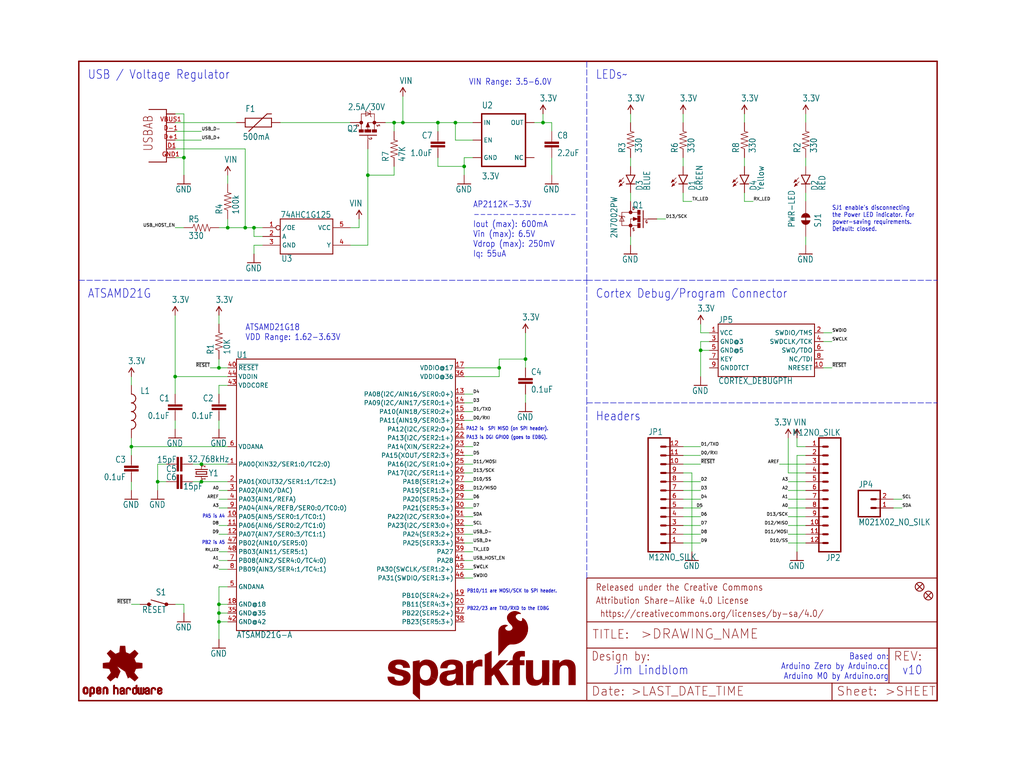
<source format=kicad_sch>
(kicad_sch (version 20211123) (generator eeschema)
  (paper "User" 297.002 223.926)
  (lib_symbols
    (symbol "schematicEagle-eagle-import:0.1UF-16V(+-10%)(0402)"
      (property "Reference" "C" (at 1.524 2.921 0))
      (property "Value" "0.1UF-16V(+-10%)(0402)" (at 1.524 -2.159 0))
      (symbol "0.1UF-16V(+-10%)(0402)_1_0"
        (pin passive line (at 0 5.08 270) (length 2.54) (name "1") (number "1"))
        (pin passive line (at 0 -2.54 90) (length 2.54) (name "2") (number "2"))
      )
    )
    (symbol "schematicEagle-eagle-import:1.0UF-25V-+80{slash}-20(0805){dblquote}"
      (property "Reference" "C" (at 1.524 2.921 0))
      (property "Value" "1.0UF-25V-+80{slash}-20(0805){dblquote}" (at 1.524 -2.159 0))
      (symbol "1.0UF-25V-+80{slash}-20(0805){dblquote}_1_0"
        (pin passive line (at 0 5.08 270) (length 2.54) (name "1") (number "1"))
        (pin passive line (at 0 -2.54 90) (length 2.54) (name "2") (number "2"))
      )
    )
    (symbol "schematicEagle-eagle-import:100KOHM-1{slash}10W-1%(0603)"
      (property "Reference" "R" (at -3.81 1.4986 0))
      (property "Value" "100KOHM-1{slash}10W-1%(0603)" (at -3.81 -3.302 0))
      (symbol "100KOHM-1{slash}10W-1%(0603)_1_0"
        (pin passive line (at -5.08 0 0) (length 2.54) (name "1") (number "1"))
        (pin passive line (at 5.08 0 180) (length 2.54) (name "2") (number "2"))
      )
    )
    (symbol "schematicEagle-eagle-import:10KOHM-1{slash}10W-1%(0603)0603"
      (property "Reference" "R" (at -3.81 1.4986 0))
      (property "Value" "10KOHM-1{slash}10W-1%(0603)0603" (at -3.81 -3.302 0))
      (symbol "10KOHM-1{slash}10W-1%(0603)0603_1_0"
        (pin passive line (at -5.08 0 0) (length 2.54) (name "1") (number "1"))
        (pin passive line (at 5.08 0 180) (length 2.54) (name "2") (number "2"))
      )
    )
    (symbol "schematicEagle-eagle-import:15PF-50V(+-5%)(0402)"
      (property "Reference" "C" (at 1.524 2.921 0))
      (property "Value" "15PF-50V(+-5%)(0402)" (at 1.524 -2.159 0))
      (symbol "15PF-50V(+-5%)(0402)_1_0"
        (pin passive line (at 0 5.08 270) (length 2.54) (name "1") (number "1"))
        (pin passive line (at 0 -2.54 90) (length 2.54) (name "2") (number "2"))
      )
    )
    (symbol "schematicEagle-eagle-import:2.2UF-10V-20%(0603)"
      (property "Reference" "C" (at 1.524 2.921 0))
      (property "Value" "2.2UF-10V-20%(0603)" (at 1.524 -2.159 0))
      (symbol "2.2UF-10V-20%(0603)_1_0"
        (pin passive line (at 0 5.08 270) (length 2.54) (name "1") (number "1"))
        (pin passive line (at 0 -2.54 90) (length 2.54) (name "2") (number "2"))
      )
    )
    (symbol "schematicEagle-eagle-import:3.3V" (power)
      (property "Value" "3.3V" (at -1.016 3.556 0))
      (symbol "3.3V_1_0"
        (pin power_in line (at 0 0 90) (length 2.54) (name "3.3V") (number "1"))
      )
    )
    (symbol "schematicEagle-eagle-import:330OHM1{slash}10W1%(0603)"
      (property "Reference" "R" (at -3.81 1.4986 0))
      (property "Value" "330OHM1{slash}10W1%(0603)" (at -3.81 -3.302 0))
      (symbol "330OHM1{slash}10W1%(0603)_1_0"
        (pin passive line (at -5.08 0 0) (length 2.54) (name "1") (number "1"))
        (pin passive line (at 5.08 0 180) (length 2.54) (name "2") (number "2"))
      )
    )
    (symbol "schematicEagle-eagle-import:47KOHM1{slash}10W1%(0603)"
      (property "Reference" "R" (at -3.81 1.4986 0))
      (property "Value" "47KOHM1{slash}10W1%(0603)" (at -3.81 -3.302 0))
      (symbol "47KOHM1{slash}10W1%(0603)_1_0"
        (pin passive line (at -5.08 0 0) (length 2.54) (name "1") (number "1"))
        (pin passive line (at 5.08 0 180) (length 2.54) (name "2") (number "2"))
      )
    )
    (symbol "schematicEagle-eagle-import:74AHC1G125"
      (property "Reference" "U" (at -7.366 -7.366 0))
      (property "Value" "74AHC1G125" (at -7.62 5.334 0))
      (symbol "74AHC1G125_1_0"
        (pin bidirectional inverted (at -12.7 2.54 0) (length 5.08) (name "/OE") (number "1"))
        (pin bidirectional line (at -12.7 0 0) (length 5.08) (name "A") (number "2"))
        (pin bidirectional line (at -12.7 -2.54 0) (length 5.08) (name "GND") (number "3"))
        (pin bidirectional line (at 12.7 -2.54 180) (length 5.08) (name "Y") (number "4"))
        (pin bidirectional line (at 12.7 2.54 180) (length 5.08) (name "VCC") (number "5"))
      )
    )
    (symbol "schematicEagle-eagle-import:ATSAMD21G-A"
      (property "Reference" "U" (at -30.48 45.974 0))
      (property "Value" "ATSAMD21G-A" (at -30.48 -33.274 0))
      (symbol "ATSAMD21G-A_1_0"
        (pin bidirectional line (at -33.02 15.24 0) (length 2.54) (name "PA00(XIN32/SER1:0/TC2:0)") (number "1"))
        (pin bidirectional line (at -33.02 0 0) (length 2.54) (name "PA05(AIN5/SER0:1/TC0:1)") (number "10"))
        (pin bidirectional line (at -33.02 -2.54 0) (length 2.54) (name "PA06(AIN6/SER0:2/TC1:0)") (number "11"))
        (pin bidirectional line (at -33.02 -5.08 0) (length 2.54) (name "PA07(AIN7/SER0:3/TC1:1)") (number "12"))
        (pin bidirectional line (at 35.56 35.56 180) (length 2.54) (name "PA08(I2C/AIN16/SER0:0+)") (number "13"))
        (pin bidirectional line (at 35.56 33.02 180) (length 2.54) (name "PA09(I2C/AIN17/SER0:1+)") (number "14"))
        (pin bidirectional line (at 35.56 30.48 180) (length 2.54) (name "PA10(AIN18/SER0:2+)") (number "15"))
        (pin bidirectional line (at 35.56 27.94 180) (length 2.54) (name "PA11(AIN19/SER0:3+)") (number "16"))
        (pin bidirectional line (at 35.56 43.18 180) (length 2.54) (name "VDDIO@17") (number "17"))
        (pin bidirectional line (at -33.02 -25.4 0) (length 2.54) (name "GND@18") (number "18"))
        (pin bidirectional line (at 35.56 -22.86 180) (length 2.54) (name "PB10(SER4:2+)") (number "19"))
        (pin bidirectional line (at -33.02 10.16 0) (length 2.54) (name "PA01(XOUT32/SER1:1/TC2:1)") (number "2"))
        (pin bidirectional line (at 35.56 -25.4 180) (length 2.54) (name "PB11(SER4:3+)") (number "20"))
        (pin bidirectional line (at 35.56 25.4 180) (length 2.54) (name "PA12(I2C/SER2:0+)") (number "21"))
        (pin bidirectional line (at 35.56 22.86 180) (length 2.54) (name "PA13(I2C/SER2:1+)") (number "22"))
        (pin bidirectional line (at 35.56 20.32 180) (length 2.54) (name "PA14(XIN/SER2:2+)") (number "23"))
        (pin bidirectional line (at 35.56 17.78 180) (length 2.54) (name "PA15(XOUT/SER2:3+)") (number "24"))
        (pin bidirectional line (at 35.56 15.24 180) (length 2.54) (name "PA16(I2C/SER1:0+)") (number "25"))
        (pin bidirectional line (at 35.56 12.7 180) (length 2.54) (name "PA17(I2C/SER1:1+)") (number "26"))
        (pin bidirectional line (at 35.56 10.16 180) (length 2.54) (name "PA18(SER1:2+)") (number "27"))
        (pin bidirectional line (at 35.56 7.62 180) (length 2.54) (name "PA19(SER1:3+)") (number "28"))
        (pin bidirectional line (at 35.56 5.08 180) (length 2.54) (name "PA20(SER5:2+)") (number "29"))
        (pin bidirectional line (at -33.02 7.62 0) (length 2.54) (name "PA02(AIN0/DAC)") (number "3"))
        (pin bidirectional line (at 35.56 2.54 180) (length 2.54) (name "PA21(SER5:3+)") (number "30"))
        (pin bidirectional line (at 35.56 0 180) (length 2.54) (name "PA22(I2C/SER3:0+)") (number "31"))
        (pin bidirectional line (at 35.56 -2.54 180) (length 2.54) (name "PA23(I2C/SER3:0+)") (number "32"))
        (pin bidirectional line (at 35.56 -5.08 180) (length 2.54) (name "PA24(SER3:2+)") (number "33"))
        (pin bidirectional line (at 35.56 -7.62 180) (length 2.54) (name "PA25(SER3:3+)") (number "34"))
        (pin bidirectional line (at -33.02 -27.94 0) (length 2.54) (name "GND@35") (number "35"))
        (pin bidirectional line (at 35.56 40.64 180) (length 2.54) (name "VDDIO@36") (number "36"))
        (pin bidirectional line (at 35.56 -27.94 180) (length 2.54) (name "PB22(SER5:2+)") (number "37"))
        (pin bidirectional line (at 35.56 -30.48 180) (length 2.54) (name "PB23(SER5:3+)") (number "38"))
        (pin bidirectional line (at 35.56 -10.16 180) (length 2.54) (name "PA27") (number "39"))
        (pin bidirectional line (at -33.02 5.08 0) (length 2.54) (name "PA03(AIN1/REFA)") (number "4"))
        (pin bidirectional line (at -33.02 43.18 0) (length 2.54) (name "~{RESET}") (number "40"))
        (pin bidirectional line (at 35.56 -12.7 180) (length 2.54) (name "PA28") (number "41"))
        (pin bidirectional line (at -33.02 -30.48 0) (length 2.54) (name "GND@42") (number "42"))
        (pin bidirectional line (at -33.02 38.1 0) (length 2.54) (name "VDDCORE") (number "43"))
        (pin bidirectional line (at -33.02 40.64 0) (length 2.54) (name "VDDIN") (number "44"))
        (pin bidirectional line (at 35.56 -15.24 180) (length 2.54) (name "PA30(SWCLK/SER1:2+)") (number "45"))
        (pin bidirectional line (at 35.56 -17.78 180) (length 2.54) (name "PA31(SWDIO/SER1:3+)") (number "46"))
        (pin bidirectional line (at -33.02 -7.62 0) (length 2.54) (name "PB02(AIN10/SER5:0)") (number "47"))
        (pin bidirectional line (at -33.02 -10.16 0) (length 2.54) (name "PB03(AIN11/SER5:1)") (number "48"))
        (pin bidirectional line (at -33.02 -20.32 0) (length 2.54) (name "GNDANA") (number "5"))
        (pin bidirectional line (at -33.02 20.32 0) (length 2.54) (name "VDDANA") (number "6"))
        (pin bidirectional line (at -33.02 -12.7 0) (length 2.54) (name "PB08(AIN2/SER4:0/TC4:0)") (number "7"))
        (pin bidirectional line (at -33.02 -15.24 0) (length 2.54) (name "PB09(AIN3/SER4:1/TC4:1)") (number "8"))
        (pin bidirectional line (at -33.02 2.54 0) (length 2.54) (name "PA04(AIN4/REFB/SER0:0/TC0:0)") (number "9"))
      )
    )
    (symbol "schematicEagle-eagle-import:CORTEX_DEBUGPTH"
      (property "Reference" "JP" (at -12.7 7.874 0))
      (property "Value" "CORTEX_DEBUGPTH" (at -12.7 -7.874 0))
      (symbol "CORTEX_DEBUGPTH_1_0"
        (pin bidirectional line (at -15.24 5.08 0) (length 2.54) (name "VCC") (number "1"))
        (pin bidirectional line (at 17.78 -5.08 180) (length 2.54) (name "NRESET") (number "10"))
        (pin bidirectional line (at 17.78 5.08 180) (length 2.54) (name "SWDIO/TMS") (number "2"))
        (pin bidirectional line (at -15.24 2.54 0) (length 2.54) (name "GND@3") (number "3"))
        (pin bidirectional line (at 17.78 2.54 180) (length 2.54) (name "SWDCLK/TCK") (number "4"))
        (pin bidirectional line (at -15.24 0 0) (length 2.54) (name "GND@5") (number "5"))
        (pin bidirectional line (at 17.78 0 180) (length 2.54) (name "SWO/TDO") (number "6"))
        (pin bidirectional line (at -15.24 -2.54 0) (length 2.54) (name "KEY") (number "7"))
        (pin bidirectional line (at 17.78 -2.54 180) (length 2.54) (name "NC/TDI") (number "8"))
        (pin bidirectional line (at -15.24 -5.08 0) (length 2.54) (name "GNDDTCT") (number "9"))
      )
    )
    (symbol "schematicEagle-eagle-import:CRYSTAL3.2X1.5MM"
      (property "Reference" "Y" (at 2.54 1.016 0))
      (property "Value" "CRYSTAL3.2X1.5MM" (at 2.54 -2.54 0))
      (symbol "CRYSTAL3.2X1.5MM_1_0"
        (text "1" (at -2.159 -1.143 0) (effects (font (size 0.8636 0.734)) (justify left bottom)))
        (text "2" (at 1.524 -1.143 0) (effects (font (size 0.8636 0.734)) (justify left bottom)))
        (pin passive line (at -2.54 0 0) (length 0) (name "1") (number "P$1"))
        (pin passive line (at 2.54 0 180) (length 0) (name "2") (number "P$2"))
      )
    )
    (symbol "schematicEagle-eagle-import:FIDUCIAL1X2")
    (symbol "schematicEagle-eagle-import:FRAME-LETTER"
      (symbol "FRAME-LETTER_2_0"
        (text " https://creativecommons.org/licenses/by-sa/4.0/" (at 2.54 24.13 0) (effects (font (size 1.9304 1.6408)) (justify left bottom)))
        (text ">DRAWING_NAME" (at 15.494 17.78 0) (effects (font (size 2.7432 2.7432)) (justify left bottom)))
        (text ">LAST_DATE_TIME" (at 12.7 1.27 0) (effects (font (size 2.54 2.54)) (justify left bottom)))
        (text ">SHEET" (at 86.36 1.27 0) (effects (font (size 2.54 2.54)) (justify left bottom)))
        (text "Attribution Share-Alike 4.0 License" (at 2.54 27.94 0) (effects (font (size 1.9304 1.6408)) (justify left bottom)))
        (text "Date:" (at 1.27 1.27 0) (effects (font (size 2.54 2.54)) (justify left bottom)))
        (text "Design by:" (at 1.27 11.43 0) (effects (font (size 2.54 2.159)) (justify left bottom)))
        (text "Released under the Creative Commons" (at 2.54 31.75 0) (effects (font (size 1.9304 1.6408)) (justify left bottom)))
        (text "REV:" (at 88.9 11.43 0) (effects (font (size 2.54 2.54)) (justify left bottom)))
        (text "Sheet:" (at 72.39 1.27 0) (effects (font (size 2.54 2.54)) (justify left bottom)))
        (text "TITLE:" (at 1.524 17.78 0) (effects (font (size 2.54 2.54)) (justify left bottom)))
      )
    )
    (symbol "schematicEagle-eagle-import:GND" (power)
      (property "Value" "GND" (at -2.54 -2.54 0))
      (symbol "GND_1_0"
        (pin power_in line (at 0 2.54 270) (length 2.54) (name "GND") (number "1"))
      )
    )
    (symbol "schematicEagle-eagle-import:INDUCTOR0603"
      (property "Reference" "L" (at 2.54 5.08 0))
      (property "Value" "INDUCTOR0603" (at 2.54 -5.08 0))
      (symbol "INDUCTOR0603_1_0"
        (pin passive line (at 0 7.62 270) (length 2.54) (name "1") (number "1"))
        (pin passive line (at 0 -7.62 90) (length 2.54) (name "2") (number "2"))
      )
    )
    (symbol "schematicEagle-eagle-import:JUMPER-PAD-2-NC_BY_TRACENO_SILK"
      (property "Reference" "SJ" (at -2.54 2.54 0))
      (property "Value" "JUMPER-PAD-2-NC_BY_TRACENO_SILK" (at -2.54 -5.08 0))
      (symbol "JUMPER-PAD-2-NC_BY_TRACENO_SILK_1_0"
        (pin passive line (at -5.08 0 0) (length 2.54) (name "1") (number "1"))
        (pin passive line (at 5.08 0 180) (length 2.54) (name "2") (number "2"))
      )
    )
    (symbol "schematicEagle-eagle-import:LED-BLUE0603"
      (property "Reference" "D" (at 3.556 -4.572 90))
      (property "Value" "LED-BLUE0603" (at 5.715 -4.572 90))
      (symbol "LED-BLUE0603_1_0"
        (pin passive line (at 0 2.54 270) (length 2.54) (name "A") (number "A"))
        (pin passive line (at 0 -5.08 90) (length 2.54) (name "C") (number "C"))
      )
    )
    (symbol "schematicEagle-eagle-import:LED-GREEN0603"
      (property "Reference" "D" (at 3.556 -4.572 90))
      (property "Value" "LED-GREEN0603" (at 5.715 -4.572 90))
      (symbol "LED-GREEN0603_1_0"
        (pin passive line (at 0 2.54 270) (length 2.54) (name "A") (number "A"))
        (pin passive line (at 0 -5.08 90) (length 2.54) (name "C") (number "C"))
      )
    )
    (symbol "schematicEagle-eagle-import:LED-RED0603"
      (property "Reference" "D" (at 3.556 -4.572 90))
      (property "Value" "LED-RED0603" (at 5.715 -4.572 90))
      (symbol "LED-RED0603_1_0"
        (pin passive line (at 0 2.54 270) (length 2.54) (name "A") (number "A"))
        (pin passive line (at 0 -5.08 90) (length 2.54) (name "C") (number "C"))
      )
    )
    (symbol "schematicEagle-eagle-import:LED-YELLOW0603"
      (property "Reference" "D" (at 3.556 -4.572 90))
      (property "Value" "LED-YELLOW0603" (at 5.715 -4.572 90))
      (symbol "LED-YELLOW0603_1_0"
        (pin passive line (at 0 2.54 270) (length 2.54) (name "A") (number "A"))
        (pin passive line (at 0 -5.08 90) (length 2.54) (name "C") (number "C"))
      )
    )
    (symbol "schematicEagle-eagle-import:M021X02_NO_SILK"
      (property "Reference" "JP" (at -2.54 5.842 0))
      (property "Value" "M021X02_NO_SILK" (at -2.54 -5.08 0))
      (symbol "M021X02_NO_SILK_1_0"
        (pin passive line (at 7.62 0 180) (length 5.08) (name "1") (number "1"))
        (pin passive line (at 7.62 2.54 180) (length 5.08) (name "2") (number "2"))
      )
    )
    (symbol "schematicEagle-eagle-import:M12NO_SILK"
      (property "Reference" "JP" (at 0 16.002 0))
      (property "Value" "M12NO_SILK" (at 0 -20.32 0))
      (symbol "M12NO_SILK_1_0"
        (pin passive line (at 10.16 -15.24 180) (length 5.08) (name "1") (number "1"))
        (pin passive line (at 10.16 7.62 180) (length 5.08) (name "10") (number "10"))
        (pin passive line (at 10.16 10.16 180) (length 5.08) (name "11") (number "11"))
        (pin passive line (at 10.16 12.7 180) (length 5.08) (name "12") (number "12"))
        (pin passive line (at 10.16 -12.7 180) (length 5.08) (name "2") (number "2"))
        (pin passive line (at 10.16 -10.16 180) (length 5.08) (name "3") (number "3"))
        (pin passive line (at 10.16 -7.62 180) (length 5.08) (name "4") (number "4"))
        (pin passive line (at 10.16 -5.08 180) (length 5.08) (name "5") (number "5"))
        (pin passive line (at 10.16 -2.54 180) (length 5.08) (name "6") (number "6"))
        (pin passive line (at 10.16 0 180) (length 5.08) (name "7") (number "7"))
        (pin passive line (at 10.16 2.54 180) (length 5.08) (name "8") (number "8"))
        (pin passive line (at 10.16 5.08 180) (length 5.08) (name "9") (number "9"))
      )
    )
    (symbol "schematicEagle-eagle-import:MOSFET-NCHANNEL2N7002PW"
      (property "Reference" "Q" (at 5.08 2.54 0))
      (property "Value" "MOSFET-NCHANNEL2N7002PW" (at 5.08 0 0))
      (symbol "MOSFET-NCHANNEL2N7002PW_1_0"
        (text "D" (at -1.27 2.54 0) (effects (font (size 0.8128 0.6908)) (justify left bottom)))
        (text "G" (at -5.08 -1.27 0) (effects (font (size 0.8128 0.6908)) (justify left bottom)))
        (text "S" (at -1.27 -3.556 0) (effects (font (size 0.8128 0.6908)) (justify left bottom)))
        (pin passive line (at -7.62 0 0) (length 2.54) (name "G") (number "1"))
        (pin passive line (at 0 -5.08 90) (length 2.54) (name "S") (number "2"))
        (pin passive line (at 0 5.08 270) (length 2.54) (name "D") (number "3"))
      )
    )
    (symbol "schematicEagle-eagle-import:MOSFET-PCHANNELDMG2307L"
      (property "Reference" "Q" (at 5.08 2.54 0))
      (property "Value" "MOSFET-PCHANNELDMG2307L" (at 5.08 0 0))
      (symbol "MOSFET-PCHANNELDMG2307L_1_0"
        (text "D" (at -1.27 2.54 0) (effects (font (size 0.8128 0.6908)) (justify left bottom)))
        (text "G" (at -5.08 -1.27 0) (effects (font (size 0.8128 0.6908)) (justify left bottom)))
        (text "S" (at -1.27 -3.556 0) (effects (font (size 0.8128 0.6908)) (justify left bottom)))
        (pin passive line (at -7.62 0 0) (length 2.54) (name "G") (number "1"))
        (pin passive line (at 0 -5.08 90) (length 2.54) (name "S") (number "2"))
        (pin passive line (at 0 5.08 270) (length 2.54) (name "D") (number "3"))
      )
    )
    (symbol "schematicEagle-eagle-import:OSHW-LOGOS")
    (symbol "schematicEagle-eagle-import:PTCSMD"
      (property "Reference" "F" (at -2.54 3.048 0))
      (property "Value" "PTCSMD" (at -3.302 -5.08 0))
      (symbol "PTCSMD_1_0"
        (pin bidirectional line (at -5.08 0 0) (length 2.54) (name "1") (number "1"))
        (pin bidirectional line (at 7.62 0 180) (length 2.54) (name "2") (number "2"))
      )
    )
    (symbol "schematicEagle-eagle-import:SFE_LOGO_FLAME.1_INCH")
    (symbol "schematicEagle-eagle-import:SFE_LOGO_NAME_FLAME.1_INCH")
    (symbol "schematicEagle-eagle-import:SWITCH-MOMENTARY-2SMD-4.6X2.8MM"
      (property "Reference" "S" (at -2.54 2.54 0))
      (property "Value" "SWITCH-MOMENTARY-2SMD-4.6X2.8MM" (at -2.54 -2.54 0))
      (symbol "SWITCH-MOMENTARY-2SMD-4.6X2.8MM_1_0"
        (pin passive line (at -5.08 0 0) (length 2.54) (name "1") (number "1"))
        (pin passive line (at -5.08 0 0) (length 2.54) (name "1") (number "2"))
        (pin passive line (at 5.08 0 180) (length 2.54) (name "2") (number "3"))
        (pin passive line (at 5.08 0 180) (length 2.54) (name "2") (number "4"))
      )
    )
    (symbol "schematicEagle-eagle-import:USB-ABCONN-11794"
      (symbol "USB-ABCONN-11794_1_0"
        (text "USBAB" (at 1.27 -7.366 900) (effects (font (size 2.54 2.159)) (justify left bottom)))
        (pin bidirectional line (at -5.08 0 0) (length 2.54) (name "D+") (number "D+1"))
        (pin bidirectional line (at -5.08 -2.54 0) (length 2.54) (name "D-") (number "D-1"))
        (pin bidirectional line (at -5.08 5.08 0) (length 2.54) (name "GND") (number "GND1"))
        (pin bidirectional line (at -5.08 2.54 0) (length 2.54) (name "USBID") (number "ID1"))
        (pin bidirectional line (at -5.08 -7.62 0) (length 2.54) (name "SHIELD") (number "SHIELD1"))
        (pin bidirectional line (at -5.08 -7.62 0) (length 2.54) (name "SHIELD") (number "SHIELD2"))
        (pin bidirectional line (at -5.08 -7.62 0) (length 2.54) (name "SHIELD") (number "SHIELD3"))
        (pin bidirectional line (at -5.08 -5.08 0) (length 2.54) (name "VBUS") (number "VBUS1"))
      )
    )
    (symbol "schematicEagle-eagle-import:VIN" (power)
      (property "Value" "VIN" (at -1.016 3.556 0))
      (symbol "VIN_1_0"
        (pin power_in line (at 0 0 90) (length 2.54) (name "VIN") (number "1"))
      )
    )
    (symbol "schematicEagle-eagle-import:V_REG_AP2112K-3.3V"
      (property "Reference" "U" (at -7.62 9.144 0))
      (property "Value" "V_REG_AP2112K-3.3V" (at -7.62 -11.43 0))
      (symbol "V_REG_AP2112K-3.3V_1_0"
        (pin input line (at -10.16 5.08 0) (length 2.54) (name "IN") (number "1"))
        (pin input line (at -10.16 -5.08 0) (length 2.54) (name "GND") (number "2"))
        (pin input line (at -10.16 0 0) (length 2.54) (name "EN") (number "3"))
        (pin input line (at 7.62 -5.08 180) (length 2.54) (name "NC") (number "4"))
        (pin passive line (at 7.62 5.08 180) (length 2.54) (name "OUT") (number "5"))
      )
    )
  )
  (junction (at 66.04 66.04))
  (junction (at 63.5 175.26))
  (junction (at 127 35.56))
  (junction (at 116.84 35.56))
  (junction (at 50.8 109.22))
  (junction (at 157.48 35.56))
  (junction (at 132.08 35.56))
  (junction (at 63.5 177.8))
  (junction (at 45.72 139.7))
  (junction (at 53.34 45.72))
  (junction (at 134.62 48.26))
  (junction (at 58.42 139.7))
  (junction (at 152.4 104.14))
  (junction (at 106.68 50.8))
  (junction (at 73.66 66.04))
  (junction (at 63.5 106.68))
  (junction (at 203.2 101.6))
  (junction (at 58.42 134.62))
  (junction (at 71.12 66.04))
  (junction (at 38.1 129.54))
  (junction (at 63.5 180.34))
  (junction (at 114.3 35.56))
  (junction (at 144.78 106.68))
  (wire (pts (xy 127 38.1) (xy 127 35.56)))
  (wire (pts (xy 66.04 165.1) (xy 63.5 165.1)))
  (wire (pts (xy 38.1 111.76) (xy 38.1 109.22)))
  (wire (pts (xy 66.04 129.54) (xy 38.1 129.54)))
  (wire (pts (xy 76.2 68.58) (xy 73.66 68.58)))
  (wire (pts (xy 215.9 45.72) (xy 215.9 48.26)))
  (wire (pts (xy 134.62 157.48) (xy 137.16 157.48)))
  (wire (pts (xy 66.04 154.94) (xy 63.5 154.94)))
  (wire (pts (xy 134.62 142.24) (xy 137.16 142.24)))
  (wire (pts (xy 198.12 45.72) (xy 198.12 48.26)))
  (wire (pts (xy 63.5 106.68) (xy 60.96 106.68)))
  (wire (pts (xy 66.04 144.78) (xy 63.5 144.78)))
  (wire (pts (xy 114.3 50.8) (xy 106.68 50.8)))
  (wire (pts (xy 66.04 177.8) (xy 63.5 177.8)))
  (wire (pts (xy 101.6 71.12) (xy 106.68 71.12)))
  (wire (pts (xy 50.8 40.64) (xy 58.42 40.64)))
  (wire (pts (xy 127 35.56) (xy 132.08 35.56)))
  (wire (pts (xy 134.62 114.3) (xy 137.16 114.3)))
  (wire (pts (xy 134.62 48.26) (xy 134.62 50.8)))
  (wire (pts (xy 50.8 45.72) (xy 53.34 45.72)))
  (wire (pts (xy 134.62 162.56) (xy 137.16 162.56)))
  (wire (pts (xy 53.34 175.26) (xy 53.34 177.8)))
  (wire (pts (xy 63.5 175.26) (xy 63.5 177.8)))
  (wire (pts (xy 233.68 129.54) (xy 231.14 129.54)))
  (wire (pts (xy 127 45.72) (xy 127 48.26)))
  (wire (pts (xy 71.12 43.18) (xy 50.8 43.18)))
  (wire (pts (xy 231.14 129.54) (xy 231.14 127)))
  (wire (pts (xy 198.12 147.32) (xy 203.2 147.32)))
  (wire (pts (xy 215.9 33.02) (xy 215.9 35.56)))
  (wire (pts (xy 137.16 45.72) (xy 134.62 45.72)))
  (wire (pts (xy 53.34 45.72) (xy 53.34 50.8)))
  (wire (pts (xy 200.66 137.16) (xy 200.66 160.02)))
  (wire (pts (xy 134.62 139.7) (xy 137.16 139.7)))
  (wire (pts (xy 76.2 71.12) (xy 73.66 71.12)))
  (wire (pts (xy 134.62 106.68) (xy 144.78 106.68)))
  (wire (pts (xy 134.62 149.86) (xy 137.16 149.86)))
  (wire (pts (xy 182.88 45.72) (xy 182.88 48.26)))
  (wire (pts (xy 50.8 109.22) (xy 50.8 91.44)))
  (wire (pts (xy 134.62 154.94) (xy 137.16 154.94)))
  (wire (pts (xy 134.62 134.62) (xy 137.16 134.62)))
  (wire (pts (xy 53.34 66.04) (xy 50.8 66.04)))
  (wire (pts (xy 66.04 66.04) (xy 66.04 63.5)))
  (wire (pts (xy 198.12 157.48) (xy 203.2 157.48)))
  (wire (pts (xy 48.26 139.7) (xy 45.72 139.7)))
  (wire (pts (xy 233.68 45.72) (xy 233.68 48.26)))
  (wire (pts (xy 106.68 71.12) (xy 106.68 50.8)))
  (wire (pts (xy 111.76 35.56) (xy 114.3 35.56)))
  (wire (pts (xy 144.78 104.14) (xy 152.4 104.14)))
  (wire (pts (xy 40.64 175.26) (xy 38.1 175.26)))
  (wire (pts (xy 66.04 162.56) (xy 63.5 162.56)))
  (wire (pts (xy 81.28 35.56) (xy 101.6 35.56)))
  (wire (pts (xy 231.14 132.08) (xy 231.14 160.02)))
  (wire (pts (xy 205.74 96.52) (xy 203.2 96.52)))
  (wire (pts (xy 50.8 33.02) (xy 53.34 33.02)))
  (wire (pts (xy 203.2 99.06) (xy 203.2 101.6)))
  (polyline (pts (xy 170.18 167.64) (xy 170.18 116.84)))
  (wire (pts (xy 63.5 91.44) (xy 63.5 93.98)))
  (wire (pts (xy 63.5 170.18) (xy 63.5 175.26)))
  (wire (pts (xy 137.16 40.64) (xy 132.08 40.64)))
  (wire (pts (xy 198.12 132.08) (xy 203.2 132.08)))
  (wire (pts (xy 238.76 99.06) (xy 241.3 99.06)))
  (wire (pts (xy 45.72 134.62) (xy 45.72 139.7)))
  (wire (pts (xy 134.62 121.92) (xy 137.16 121.92)))
  (wire (pts (xy 233.68 58.42) (xy 233.68 55.88)))
  (wire (pts (xy 233.68 144.78) (xy 228.6 144.78)))
  (wire (pts (xy 63.5 180.34) (xy 63.5 185.42)))
  (wire (pts (xy 215.9 58.42) (xy 218.44 58.42)))
  (wire (pts (xy 233.68 152.4) (xy 228.6 152.4)))
  (wire (pts (xy 154.94 35.56) (xy 157.48 35.56)))
  (wire (pts (xy 66.04 152.4) (xy 63.5 152.4)))
  (wire (pts (xy 68.58 35.56) (xy 50.8 35.56)))
  (wire (pts (xy 101.6 66.04) (xy 104.14 66.04)))
  (wire (pts (xy 66.04 134.62) (xy 58.42 134.62)))
  (wire (pts (xy 73.66 71.12) (xy 73.66 73.66)))
  (wire (pts (xy 182.88 33.02) (xy 182.88 35.56)))
  (wire (pts (xy 134.62 167.64) (xy 137.16 167.64)))
  (wire (pts (xy 132.08 40.64) (xy 132.08 35.56)))
  (wire (pts (xy 152.4 104.14) (xy 152.4 106.68)))
  (wire (pts (xy 132.08 35.56) (xy 137.16 35.56)))
  (wire (pts (xy 50.8 175.26) (xy 53.34 175.26)))
  (wire (pts (xy 50.8 124.46) (xy 50.8 121.92)))
  (wire (pts (xy 58.42 139.7) (xy 66.04 139.7)))
  (wire (pts (xy 63.5 111.76) (xy 63.5 114.3)))
  (polyline (pts (xy 170.18 116.84) (xy 170.18 81.28)))
  (wire (pts (xy 205.74 99.06) (xy 203.2 99.06)))
  (wire (pts (xy 144.78 109.22) (xy 144.78 106.68)))
  (wire (pts (xy 233.68 137.16) (xy 228.6 137.16)))
  (polyline (pts (xy 170.18 116.84) (xy 271.78 116.84)))
  (wire (pts (xy 66.04 175.26) (xy 63.5 175.26)))
  (polyline (pts (xy 22.86 81.28) (xy 170.18 81.28)))
  (wire (pts (xy 182.88 58.42) (xy 182.88 55.88)))
  (wire (pts (xy 134.62 147.32) (xy 137.16 147.32)))
  (wire (pts (xy 198.12 134.62) (xy 203.2 134.62)))
  (wire (pts (xy 233.68 142.24) (xy 228.6 142.24)))
  (wire (pts (xy 55.88 139.7) (xy 58.42 139.7)))
  (wire (pts (xy 73.66 66.04) (xy 71.12 66.04)))
  (wire (pts (xy 66.04 147.32) (xy 63.5 147.32)))
  (wire (pts (xy 233.68 139.7) (xy 228.6 139.7)))
  (wire (pts (xy 198.12 142.24) (xy 203.2 142.24)))
  (wire (pts (xy 198.12 139.7) (xy 203.2 139.7)))
  (wire (pts (xy 38.1 132.08) (xy 38.1 129.54)))
  (wire (pts (xy 233.68 157.48) (xy 228.6 157.48)))
  (wire (pts (xy 198.12 149.86) (xy 203.2 149.86)))
  (wire (pts (xy 63.5 106.68) (xy 63.5 104.14)))
  (wire (pts (xy 190.5 63.5) (xy 193.04 63.5)))
  (wire (pts (xy 73.66 68.58) (xy 73.66 66.04)))
  (wire (pts (xy 116.84 35.56) (xy 127 35.56)))
  (wire (pts (xy 58.42 134.62) (xy 55.88 134.62)))
  (wire (pts (xy 152.4 116.84) (xy 152.4 114.3)))
  (wire (pts (xy 233.68 33.02) (xy 233.68 35.56)))
  (wire (pts (xy 233.68 149.86) (xy 228.6 149.86)))
  (wire (pts (xy 160.02 50.8) (xy 160.02 45.72)))
  (wire (pts (xy 38.1 142.24) (xy 38.1 139.7)))
  (wire (pts (xy 205.74 101.6) (xy 203.2 101.6)))
  (wire (pts (xy 66.04 111.76) (xy 63.5 111.76)))
  (wire (pts (xy 106.68 50.8) (xy 106.68 43.18)))
  (wire (pts (xy 233.68 68.58) (xy 233.68 71.12)))
  (wire (pts (xy 160.02 35.56) (xy 160.02 38.1)))
  (wire (pts (xy 233.68 134.62) (xy 226.06 134.62)))
  (wire (pts (xy 66.04 142.24) (xy 63.5 142.24)))
  (wire (pts (xy 66.04 66.04) (xy 63.5 66.04)))
  (wire (pts (xy 134.62 109.22) (xy 144.78 109.22)))
  (wire (pts (xy 198.12 144.78) (xy 203.2 144.78)))
  (wire (pts (xy 233.68 154.94) (xy 228.6 154.94)))
  (wire (pts (xy 134.62 45.72) (xy 134.62 48.26)))
  (wire (pts (xy 233.68 147.32) (xy 228.6 147.32)))
  (wire (pts (xy 198.12 58.42) (xy 200.66 58.42)))
  (wire (pts (xy 203.2 96.52) (xy 203.2 93.98)))
  (wire (pts (xy 63.5 121.92) (xy 63.5 124.46)))
  (wire (pts (xy 157.48 35.56) (xy 157.48 33.02)))
  (wire (pts (xy 134.62 116.84) (xy 137.16 116.84)))
  (wire (pts (xy 182.88 71.12) (xy 182.88 68.58)))
  (wire (pts (xy 228.6 137.16) (xy 228.6 127)))
  (wire (pts (xy 198.12 152.4) (xy 203.2 152.4)))
  (wire (pts (xy 45.72 139.7) (xy 45.72 142.24)))
  (wire (pts (xy 114.3 35.56) (xy 116.84 35.56)))
  (wire (pts (xy 50.8 38.1) (xy 58.42 38.1)))
  (wire (pts (xy 104.14 66.04) (xy 104.14 63.5)))
  (wire (pts (xy 144.78 106.68) (xy 144.78 104.14)))
  (wire (pts (xy 66.04 53.34) (xy 66.04 50.8)))
  (wire (pts (xy 157.48 35.56) (xy 160.02 35.56)))
  (wire (pts (xy 203.2 101.6) (xy 203.2 109.22)))
  (wire (pts (xy 198.12 55.88) (xy 198.12 58.42)))
  (wire (pts (xy 134.62 160.02) (xy 137.16 160.02)))
  (wire (pts (xy 63.5 177.8) (xy 63.5 180.34)))
  (wire (pts (xy 259.08 144.78) (xy 261.62 144.78)))
  (polyline (pts (xy 170.18 81.28) (xy 170.18 17.78)))
  (wire (pts (xy 259.08 147.32) (xy 261.62 147.32)))
  (wire (pts (xy 134.62 144.78) (xy 137.16 144.78)))
  (wire (pts (xy 71.12 66.04) (xy 66.04 66.04)))
  (wire (pts (xy 127 48.26) (xy 134.62 48.26)))
  (wire (pts (xy 66.04 170.18) (xy 63.5 170.18)))
  (wire (pts (xy 134.62 152.4) (xy 137.16 152.4)))
  (wire (pts (xy 66.04 180.34) (xy 63.5 180.34)))
  (wire (pts (xy 76.2 66.04) (xy 73.66 66.04)))
  (wire (pts (xy 48.26 134.62) (xy 45.72 134.62)))
  (wire (pts (xy 66.04 106.68) (xy 63.5 106.68)))
  (wire (pts (xy 50.8 109.22) (xy 50.8 114.3)))
  (wire (pts (xy 198.12 129.54) (xy 203.2 129.54)))
  (wire (pts (xy 71.12 66.04) (xy 71.12 43.18)))
  (wire (pts (xy 238.76 106.68) (xy 241.3 106.68)))
  (wire (pts (xy 233.68 132.08) (xy 231.14 132.08)))
  (wire (pts (xy 38.1 129.54) (xy 38.1 127)))
  (wire (pts (xy 238.76 96.52) (xy 241.3 96.52)))
  (wire (pts (xy 134.62 119.38) (xy 137.16 119.38)))
  (wire (pts (xy 152.4 104.14) (xy 152.4 96.52)))
  (wire (pts (xy 134.62 165.1) (xy 137.16 165.1)))
  (wire (pts (xy 116.84 35.56) (xy 116.84 27.94)))
  (wire (pts (xy 134.62 137.16) (xy 137.16 137.16)))
  (wire (pts (xy 66.04 160.02) (xy 63.5 160.02)))
  (wire (pts (xy 66.04 109.22) (xy 50.8 109.22)))
  (polyline (pts (xy 170.18 81.28) (xy 271.78 81.28)))
  (wire (pts (xy 114.3 35.56) (xy 114.3 38.1)))
  (wire (pts (xy 215.9 55.88) (xy 215.9 58.42)))
  (wire (pts (xy 114.3 48.26) (xy 114.3 50.8)))
  (wire (pts (xy 198.12 33.02) (xy 198.12 35.56)))
  (wire (pts (xy 198.12 137.16) (xy 200.66 137.16)))
  (wire (pts (xy 134.62 129.54) (xy 137.16 129.54)))
  (wire (pts (xy 53.34 33.02) (xy 53.34 45.72)))
  (wire (pts (xy 198.12 154.94) (xy 203.2 154.94)))
  (wire (pts (xy 134.62 132.08) (xy 137.16 132.08)))
  (text "LEDs~~{}" (at 172.72 20.32 180) (effects (font (size 2.54 2.159)) (justify left top)))
  (text "PA5 is A4" (at 65.278 149.86 180) (effects (font (size 1.016 0.8636)) (justify right)))
  (text "PA12 is  SPI MISO (on SPI header)." (at 135.128 124.46 180) (effects (font (size 1.016 0.8636)) (justify left)))
  (text "Based on:\nArduino Zero by Arduino.cc\nArduino M0 by Arduino.org" (at 257.81 189.484 0) (effects (font (size 1.778 1.5113)) (justify right top)))
  (text "PB2 is A5" (at 65.278 157.48 180) (effects (font (size 1.016 0.8636)) (justify right)))
  (text "Cortex Debug/Program Connector" (at 172.72 83.82 180) (effects (font (size 2.54 2.159)) (justify left top)))
  (text "v10" (at 261.62 193.04 180) (effects (font (size 2.54 2.159)) (justify left top)))
  (text "ATSAMD21G18\nVDD Range: 1.62-3.63V" (at 71.12 96.52 180) (effects (font (size 1.778 1.5113)) (justify left)))
  (text "PA13 is DGI GPIO0 (goes to EDBG)." (at 135.128 127 180) (effects (font (size 1.016 0.8636)) (justify left)))
  (text "AP2112K-3.3V\n----------------\nIout (max): 600mA\nVin (max): 6.5V\nVdrop (max): 250mV\nIq: 55uA" (at 137.16 58.42 0) (effects (font (size 1.778 1.5113)) (justify left top)))
  (text "PB10/11 are MOSI/SCK to SPI header." (at 135.382 170.942 180) (effects (font (size 1.016 0.8636)) (justify left top)))
  (text "PB22/23 are TXD/RXD to the EDBG" (at 135.382 176.022 180) (effects (font (size 1.016 0.8636)) (justify left top)))
  (text "Jim Lindblom" (at 177.8 193.04 180) (effects (font (size 2.54 2.159)) (justify left top)))
  (text "USB / Voltage Regulator" (at 25.4 20.32 180) (effects (font (size 2.54 2.159)) (justify left top)))
  (text "ATSAMD21G" (at 25.4 83.82 180) (effects (font (size 2.54 2.159)) (justify left top)))
  (text "SJ1 enable's disconnecting\nthe Power LED indicator. For\npower-saving requirements.\nDefault: closed." (at 241.3 63.5 0) (effects (font (size 1.27 1.0795)) (justify left)))
  (text "Headers" (at 172.72 119.38 180) (effects (font (size 2.54 2.159)) (justify left top)))
  (text "VIN Range: 3.5-6.0V" (at 160.02 22.86 180) (effects (font (size 1.778 1.5113)) (justify right top)))
  (label "SWCLK" (at 137.16 165.1 0) (effects (font (size 0.889 0.889))))
  (label "D10/SS" (at 137.16 139.7 0) (effects (font (size 0.889 0.889))))
  (label "D0/RXI" (at 137.16 121.92 0) (effects (font (size 0.889 0.889))))
  (label "USB_D-" (at 58.42 38.1 0) (effects (font (size 0.889 0.889))))
  (label "D3" (at 203.2 142.24 0) (effects (font (size 0.889 0.889))))
  (label "RX_LED" (at 63.5 160.02 180) (effects (font (size 0.7112 0.7112))))
  (label "A1" (at 63.5 162.56 180) (effects (font (size 0.889 0.889))))
  (label "D3" (at 137.16 116.84 0) (effects (font (size 0.889 0.889))))
  (label "D6" (at 203.2 149.86 0) (effects (font (size 0.889 0.889))))
  (label "A2" (at 228.6 142.24 180) (effects (font (size 0.889 0.889))))
  (label "~{RESET}" (at 60.96 106.68 180) (effects (font (size 0.889 0.889))))
  (label "D0/RXI" (at 203.2 132.08 0) (effects (font (size 0.889 0.889))))
  (label "D1/TXO" (at 137.16 119.38 0) (effects (font (size 0.889 0.889))))
  (label "D2" (at 137.16 129.54 0) (effects (font (size 0.889 0.889))))
  (label "D13/SCK" (at 137.16 137.16 0) (effects (font (size 0.889 0.889))))
  (label "USB_HOST_EN" (at 137.16 162.56 0) (effects (font (size 0.889 0.889))))
  (label "AREF" (at 63.5 144.78 180) (effects (font (size 0.889 0.889))))
  (label "D5" (at 137.16 132.08 0) (effects (font (size 0.889 0.889))))
  (label "D12/MISO" (at 228.6 152.4 180) (effects (font (size 0.889 0.889))))
  (label "D9" (at 63.5 154.94 180) (effects (font (size 0.889 0.889))))
  (label "USB_D-" (at 137.16 154.94 0) (effects (font (size 0.889 0.889))))
  (label "D11/MOSI" (at 228.6 154.94 180) (effects (font (size 0.889 0.889))))
  (label "SWCLK" (at 241.3 99.06 0) (effects (font (size 0.889 0.889))))
  (label "D10/SS" (at 228.6 157.48 180) (effects (font (size 0.889 0.889))))
  (label "D2" (at 203.2 139.7 0) (effects (font (size 0.889 0.889))))
  (label "SWDIO" (at 241.3 96.52 0) (effects (font (size 0.889 0.889))))
  (label "D7" (at 137.16 147.32 0) (effects (font (size 0.889 0.889))))
  (label "D12/MISO" (at 137.16 142.24 0) (effects (font (size 0.889 0.889))))
  (label "D1/TXO" (at 203.2 129.54 0) (effects (font (size 0.889 0.889))))
  (label "A3" (at 228.6 139.7 180) (effects (font (size 0.889 0.889))))
  (label "~{RESET}" (at 38.1 175.26 180) (effects (font (size 0.889 0.889))))
  (label "~{RESET}" (at 241.3 106.68 0) (effects (font (size 0.889 0.889))))
  (label "D8" (at 63.5 152.4 180) (effects (font (size 0.889 0.889))))
  (label "SWDIO" (at 137.16 167.64 0) (effects (font (size 0.889 0.889))))
  (label "A0" (at 63.5 142.24 180) (effects (font (size 0.889 0.889))))
  (label "D6" (at 137.16 144.78 0) (effects (font (size 0.889 0.889))))
  (label "SDA" (at 137.16 149.86 0) (effects (font (size 0.889 0.889))))
  (label "A2" (at 63.5 165.1 180) (effects (font (size 0.889 0.889))))
  (label "TX_LED" (at 200.66 58.42 0) (effects (font (size 0.889 0.889))))
  (label "D9" (at 203.2 157.48 0) (effects (font (size 0.889 0.889))))
  (label "D13/SCK" (at 228.6 149.86 180) (effects (font (size 0.889 0.889))))
  (label "D4" (at 203.2 144.78 0) (effects (font (size 0.889 0.889))))
  (label "RX_LED" (at 218.44 58.42 0) (effects (font (size 0.889 0.889))))
  (label "SCL" (at 137.16 152.4 0) (effects (font (size 0.889 0.889))))
  (label "D4" (at 137.16 114.3 0) (effects (font (size 0.889 0.889))))
  (label "TX_LED" (at 137.16 160.02 0) (effects (font (size 0.889 0.889))))
  (label "A3" (at 63.5 147.32 180) (effects (font (size 0.889 0.889))))
  (label "D13/SCK" (at 193.04 63.5 0) (effects (font (size 0.889 0.889))))
  (label "A0" (at 228.6 147.32 180) (effects (font (size 0.889 0.889))))
  (label "SDA" (at 261.62 147.32 0) (effects (font (size 0.889 0.889))))
  (label "A1" (at 228.6 144.78 180) (effects (font (size 0.889 0.889))))
  (label "SCL" (at 261.62 144.78 0) (effects (font (size 0.889 0.889))))
  (label "~{RESET}" (at 203.2 134.62 0) (effects (font (size 0.889 0.889))))
  (label "D11/MOSI" (at 137.16 134.62 0) (effects (font (size 0.889 0.889))))
  (label "USB_HOST_EN" (at 50.8 66.04 180) (effects (font (size 0.889 0.889))))
  (label "USB_D+" (at 58.42 40.64 0) (effects (font (size 0.889 0.889))))
  (label "D8" (at 203.2 154.94 0) (effects (font (size 0.889 0.889))))
  (label "USB_D+" (at 137.16 157.48 0) (effects (font (size 0.889 0.889))))
  (label "AREF" (at 226.06 134.62 180) (effects (font (size 0.889 0.889))))
  (label "D5" (at 201.93 147.32 0) (effects (font (size 0.889 0.889))))
  (label "D7" (at 203.2 152.4 0) (effects (font (size 0.889 0.889))))
  (symbol (lib_id "schematicEagle-eagle-import:SWITCH-MOMENTARY-2SMD-4.6X2.8MM") (at 45.72 175.26 0) (mirror y) (unit 1)
    (property "Reference" "S1" (at 48.26 172.72 0) (effects (font (size 1.778 1.5113)) (justify left bottom)))
    (property "Value" "RESET" (at 48.26 177.8 0) (effects (font (size 1.778 1.5113)) (justify left bottom)))
    (property "Footprint" "schematicEagle:TACTILE_SWITCH_SMD_4.6X2.8MM" (effects hide))
  )
  (symbol (lib_id "schematicEagle-eagle-import:GND") (at 160.02 53.34 0) (unit 1)
    (property "Reference" "#GND11" (effects hide))
    (property "Value" "GND" (at 157.48 55.88 0) (effects (font (size 1.778 1.5113)) (justify left bottom)))
    (property "Footprint" "schematicEagle:" (effects hide))
  )
  (symbol (lib_id "schematicEagle-eagle-import:GND") (at 38.1 144.78 0) (unit 1)
    (property "Reference" "#GND4" (effects hide))
    (property "Value" "GND" (at 35.56 147.32 0) (effects (font (size 1.778 1.5113)) (justify left bottom)))
    (property "Footprint" "schematicEagle:" (effects hide))
  )
  (symbol (lib_id "schematicEagle-eagle-import:3.3V") (at 203.2 93.98 0) (unit 1)
    (property "Reference" "#SUPPLY9" (effects hide))
    (property "Value" "3.3V" (at 202.184 90.424 0) (effects (font (size 1.778 1.5113)) (justify left bottom)))
    (property "Footprint" "schematicEagle:" (effects hide))
  )
  (symbol (lib_id "schematicEagle-eagle-import:3.3V") (at 228.6 127 0) (mirror y) (unit 1)
    (property "Reference" "#SUPPLY7" (effects hide))
    (property "Value" "3.3V" (at 229.616 123.444 0) (effects (font (size 1.778 1.5113)) (justify left bottom)))
    (property "Footprint" "schematicEagle:" (effects hide))
  )
  (symbol (lib_id "schematicEagle-eagle-import:GND") (at 152.4 119.38 0) (unit 1)
    (property "Reference" "#GND6" (effects hide))
    (property "Value" "GND" (at 149.86 121.92 0) (effects (font (size 1.778 1.5113)) (justify left bottom)))
    (property "Footprint" "schematicEagle:" (effects hide))
  )
  (symbol (lib_id "schematicEagle-eagle-import:GND") (at 73.66 76.2 0) (unit 1)
    (property "Reference" "#GND7" (effects hide))
    (property "Value" "GND" (at 71.12 78.74 0) (effects (font (size 1.778 1.5113)) (justify left bottom)))
    (property "Footprint" "schematicEagle:" (effects hide))
  )
  (symbol (lib_id "schematicEagle-eagle-import:GND") (at 63.5 127 0) (unit 1)
    (property "Reference" "#GND3" (effects hide))
    (property "Value" "GND" (at 60.96 129.54 0) (effects (font (size 1.778 1.5113)) (justify left bottom)))
    (property "Footprint" "schematicEagle:" (effects hide))
  )
  (symbol (lib_id "schematicEagle-eagle-import:SFE_LOGO_FLAME.1_INCH") (at 144.272 190.5 0) (unit 1)
    (property "Reference" "LOGO1" (effects hide))
    (property "Value" "SFE_LOGO_FLAME.1_INCH" (effects hide))
    (property "Footprint" "schematicEagle:SFE_LOGO_FLAME_.1" (effects hide))
  )
  (symbol (lib_id "schematicEagle-eagle-import:3.3V") (at 63.5 91.44 0) (unit 1)
    (property "Reference" "#SUPPLY1" (effects hide))
    (property "Value" "3.3V" (at 62.484 87.884 0) (effects (font (size 1.778 1.5113)) (justify left bottom)))
    (property "Footprint" "schematicEagle:" (effects hide))
  )
  (symbol (lib_id "schematicEagle-eagle-import:V_REG_AP2112K-3.3V") (at 147.32 40.64 0) (unit 1)
    (property "Reference" "U2" (at 139.7 31.496 0) (effects (font (size 1.778 1.5113)) (justify left bottom)))
    (property "Value" "3.3V" (at 139.7 52.07 0) (effects (font (size 1.778 1.5113)) (justify left bottom)))
    (property "Footprint" "schematicEagle:SOT23-5" (effects hide))
  )
  (symbol (lib_id "schematicEagle-eagle-import:2.2UF-10V-20%(0603)") (at 160.02 43.18 0) (unit 1)
    (property "Reference" "C8" (at 161.544 40.259 0) (effects (font (size 1.778 1.5113)) (justify left bottom)))
    (property "Value" "2.2uF" (at 161.544 45.339 0) (effects (font (size 1.778 1.5113)) (justify left bottom)))
    (property "Footprint" "schematicEagle:0603-CAP" (effects hide))
  )
  (symbol (lib_id "schematicEagle-eagle-import:LED-GREEN0603") (at 198.12 50.8 0) (unit 1)
    (property "Reference" "D1" (at 201.676 55.372 90) (effects (font (size 1.778 1.5113)) (justify left bottom)))
    (property "Value" "GREEN" (at 203.835 55.372 90) (effects (font (size 1.778 1.5113)) (justify left bottom)))
    (property "Footprint" "schematicEagle:LED-0603" (effects hide))
  )
  (symbol (lib_id "schematicEagle-eagle-import:VIN") (at 231.14 127 0) (unit 1)
    (property "Reference" "#SUPPLY15" (effects hide))
    (property "Value" "VIN" (at 230.124 123.444 0) (effects (font (size 1.778 1.5113)) (justify left bottom)))
    (property "Footprint" "schematicEagle:" (effects hide))
  )
  (symbol (lib_id "schematicEagle-eagle-import:GND") (at 53.34 180.34 0) (unit 1)
    (property "Reference" "#GND9" (effects hide))
    (property "Value" "GND" (at 50.8 182.88 0) (effects (font (size 1.778 1.5113)) (justify left bottom)))
    (property "Footprint" "schematicEagle:" (effects hide))
  )
  (symbol (lib_id "schematicEagle-eagle-import:100KOHM-1{slash}10W-1%(0603)") (at 66.04 58.42 90) (unit 1)
    (property "Reference" "R4" (at 64.5414 62.23 0) (effects (font (size 1.778 1.5113)) (justify left bottom)))
    (property "Value" "100k" (at 69.342 62.23 0) (effects (font (size 1.778 1.5113)) (justify left bottom)))
    (property "Footprint" "schematicEagle:0603-RES" (effects hide))
  )
  (symbol (lib_id "schematicEagle-eagle-import:M12NO_SILK") (at 243.84 144.78 180) (unit 1)
    (property "Reference" "JP2" (at 243.84 160.782 0) (effects (font (size 1.778 1.5113)) (justify left bottom)))
    (property "Value" "M12NO_SILK" (at 243.84 124.46 0) (effects (font (size 1.778 1.5113)) (justify left bottom)))
    (property "Footprint" "schematicEagle:1X12_NO_SILK" (effects hide))
  )
  (symbol (lib_id "schematicEagle-eagle-import:INDUCTOR0603") (at 38.1 119.38 0) (unit 1)
    (property "Reference" "L1" (at 40.64 114.3 0) (effects (font (size 1.778 1.5113)) (justify left bottom)))
    (property "Value" "FB - 30Ohm" (at 37.084 127 90) (effects (font (size 1.778 1.5113)) (justify left bottom)))
    (property "Footprint" "schematicEagle:0603" (effects hide))
    (property "Value" "FB - 30Ohm" (effects hide))
  )
  (symbol (lib_id "schematicEagle-eagle-import:SFE_LOGO_NAME_FLAME.1_INCH") (at 111.76 203.2 0) (unit 1)
    (property "Reference" "LOGO3" (effects hide))
    (property "Value" "SFE_LOGO_NAME_FLAME.1_INCH" (effects hide))
    (property "Footprint" "schematicEagle:SFE_LOGO_NAME_FLAME_.1" (effects hide))
  )
  (symbol (lib_id "schematicEagle-eagle-import:3.3V") (at 215.9 33.02 0) (unit 1)
    (property "Reference" "#SUPPLY13" (effects hide))
    (property "Value" "3.3V" (at 214.884 29.464 0) (effects (font (size 1.778 1.5113)) (justify left bottom)))
    (property "Footprint" "schematicEagle:" (effects hide))
  )
  (symbol (lib_id "schematicEagle-eagle-import:GND") (at 233.68 73.66 0) (unit 1)
    (property "Reference" "#GND14" (effects hide))
    (property "Value" "GND" (at 231.14 76.2 0) (effects (font (size 1.778 1.5113)) (justify left bottom)))
    (property "Footprint" "schematicEagle:" (effects hide))
  )
  (symbol (lib_id "schematicEagle-eagle-import:15PF-50V(+-5%)(0402)") (at 53.34 134.62 90) (unit 1)
    (property "Reference" "C5" (at 51.308 135.001 90) (effects (font (size 1.778 1.5113)) (justify left bottom)))
    (property "Value" "15pF" (at 51.308 134.239 90) (effects (font (size 1.778 1.5113)) (justify left top)))
    (property "Footprint" "schematicEagle:0402-CAP" (effects hide))
  )
  (symbol (lib_id "schematicEagle-eagle-import:USB-ABCONN-11794") (at 45.72 40.64 180) (unit 1)
    (property "Reference" "JP3" (effects hide))
    (property "Value" "USB-ABCONN-11794" (effects hide))
    (property "Footprint" "schematicEagle:USB-AB-MICRO-SMD_V03" (effects hide))
  )
  (symbol (lib_id "schematicEagle-eagle-import:GND") (at 134.62 53.34 0) (unit 1)
    (property "Reference" "#GND10" (effects hide))
    (property "Value" "GND" (at 132.08 55.88 0) (effects (font (size 1.778 1.5113)) (justify left bottom)))
    (property "Footprint" "schematicEagle:" (effects hide))
  )
  (symbol (lib_id "schematicEagle-eagle-import:LED-BLUE0603") (at 182.88 50.8 0) (unit 1)
    (property "Reference" "D3" (at 186.436 55.372 90) (effects (font (size 1.778 1.5113)) (justify left bottom)))
    (property "Value" "BLUE" (at 188.595 55.372 90) (effects (font (size 1.778 1.5113)) (justify left bottom)))
    (property "Footprint" "schematicEagle:LED-0603" (effects hide))
  )
  (symbol (lib_id "schematicEagle-eagle-import:330OHM1{slash}10W1%(0603)") (at 198.12 40.64 90) (unit 1)
    (property "Reference" "R6" (at 196.6214 44.45 0) (effects (font (size 1.778 1.5113)) (justify left bottom)))
    (property "Value" "330" (at 201.422 44.45 0) (effects (font (size 1.778 1.5113)) (justify left bottom)))
    (property "Footprint" "schematicEagle:0603-RES" (effects hide))
  )
  (symbol (lib_id "schematicEagle-eagle-import:330OHM1{slash}10W1%(0603)") (at 233.68 40.64 90) (unit 1)
    (property "Reference" "R2" (at 232.1814 44.45 0) (effects (font (size 1.778 1.5113)) (justify left bottom)))
    (property "Value" "330" (at 236.982 44.45 0) (effects (font (size 1.778 1.5113)) (justify left bottom)))
    (property "Footprint" "schematicEagle:0603-RES" (effects hide))
  )
  (symbol (lib_id "schematicEagle-eagle-import:3.3V") (at 38.1 109.22 0) (unit 1)
    (property "Reference" "#SUPPLY3" (effects hide))
    (property "Value" "3.3V" (at 37.084 105.664 0) (effects (font (size 1.778 1.5113)) (justify left bottom)))
    (property "Footprint" "schematicEagle:" (effects hide))
  )
  (symbol (lib_id "schematicEagle-eagle-import:330OHM1{slash}10W1%(0603)") (at 215.9 40.64 90) (unit 1)
    (property "Reference" "R8" (at 214.4014 44.45 0) (effects (font (size 1.778 1.5113)) (justify left bottom)))
    (property "Value" "330" (at 219.202 44.45 0) (effects (font (size 1.778 1.5113)) (justify left bottom)))
    (property "Footprint" "schematicEagle:0603-RES" (effects hide))
  )
  (symbol (lib_id "schematicEagle-eagle-import:FIDUCIAL1X2") (at 266.7 170.18 0) (unit 1)
    (property "Reference" "FID2" (effects hide))
    (property "Value" "FIDUCIAL1X2" (effects hide))
    (property "Footprint" "schematicEagle:FIDUCIAL-1X2" (effects hide))
  )
  (symbol (lib_id "schematicEagle-eagle-import:GND") (at 50.8 127 0) (unit 1)
    (property "Reference" "#GND2" (effects hide))
    (property "Value" "GND" (at 48.26 129.54 0) (effects (font (size 1.778 1.5113)) (justify left bottom)))
    (property "Footprint" "schematicEagle:" (effects hide))
  )
  (symbol (lib_id "schematicEagle-eagle-import:3.3V") (at 182.88 33.02 0) (unit 1)
    (property "Reference" "#SUPPLY8" (effects hide))
    (property "Value" "3.3V" (at 181.864 29.464 0) (effects (font (size 1.778 1.5113)) (justify left bottom)))
    (property "Footprint" "schematicEagle:" (effects hide))
  )
  (symbol (lib_id "schematicEagle-eagle-import:GND") (at 45.72 144.78 0) (unit 1)
    (property "Reference" "#GND5" (effects hide))
    (property "Value" "GND" (at 43.18 147.32 0) (effects (font (size 1.778 1.5113)) (justify left bottom)))
    (property "Footprint" "schematicEagle:" (effects hide))
  )
  (symbol (lib_id "schematicEagle-eagle-import:VIN") (at 66.04 50.8 0) (unit 1)
    (property "Reference" "#SUPPLY10" (effects hide))
    (property "Value" "VIN" (at 65.024 47.244 0) (effects (font (size 1.778 1.5113)) (justify left bottom)))
    (property "Footprint" "schematicEagle:" (effects hide))
  )
  (symbol (lib_id "schematicEagle-eagle-import:JUMPER-PAD-2-NC_BY_TRACENO_SILK") (at 233.68 63.5 270) (mirror x) (unit 1)
    (property "Reference" "SJ1" (at 236.22 66.04 0) (effects (font (size 1.778 1.5113)) (justify left bottom)))
    (property "Value" "PWR-LED" (at 228.6 66.04 0) (effects (font (size 1.778 1.5113)) (justify left bottom)))
    (property "Footprint" "schematicEagle:PAD-JUMPER-2-NC_BY_TRACE_NO_SILK" (effects hide))
  )
  (symbol (lib_id "schematicEagle-eagle-import:3.3V") (at 152.4 96.52 0) (unit 1)
    (property "Reference" "#SUPPLY4" (effects hide))
    (property "Value" "3.3V" (at 151.384 92.964 0) (effects (font (size 1.778 1.5113)) (justify left bottom)))
    (property "Footprint" "schematicEagle:" (effects hide))
  )
  (symbol (lib_id "schematicEagle-eagle-import:LED-YELLOW0603") (at 215.9 50.8 0) (unit 1)
    (property "Reference" "D4" (at 219.456 55.372 90) (effects (font (size 1.778 1.5113)) (justify left bottom)))
    (property "Value" "Yellow" (at 221.615 55.372 90) (effects (font (size 1.778 1.5113)) (justify left bottom)))
    (property "Footprint" "schematicEagle:LED-0603" (effects hide))
  )
  (symbol (lib_id "schematicEagle-eagle-import:VIN") (at 104.14 63.5 0) (mirror y) (unit 1)
    (property "Reference" "#SUPPLY11" (effects hide))
    (property "Value" "VIN" (at 105.156 59.944 0) (effects (font (size 1.778 1.5113)) (justify left bottom)))
    (property "Footprint" "schematicEagle:" (effects hide))
  )
  (symbol (lib_id "schematicEagle-eagle-import:15PF-50V(+-5%)(0402)") (at 50.8 139.7 270) (unit 1)
    (property "Reference" "C6" (at 51.308 139.319 90) (effects (font (size 1.778 1.5113)) (justify right bottom)))
    (property "Value" "15pF" (at 53.086 140.081 90) (effects (font (size 1.778 1.5113)) (justify left top)))
    (property "Footprint" "schematicEagle:0402-CAP" (effects hide))
  )
  (symbol (lib_id "schematicEagle-eagle-import:3.3V") (at 198.12 33.02 0) (unit 1)
    (property "Reference" "#SUPPLY12" (effects hide))
    (property "Value" "3.3V" (at 197.104 29.464 0) (effects (font (size 1.778 1.5113)) (justify left bottom)))
    (property "Footprint" "schematicEagle:" (effects hide))
  )
  (symbol (lib_id "schematicEagle-eagle-import:GND") (at 200.66 162.56 0) (unit 1)
    (property "Reference" "#GND12" (effects hide))
    (property "Value" "GND" (at 198.12 165.1 0) (effects (font (size 1.778 1.5113)) (justify left bottom)))
    (property "Footprint" "schematicEagle:" (effects hide))
  )
  (symbol (lib_id "schematicEagle-eagle-import:M021X02_NO_SILK") (at 251.46 147.32 0) (unit 1)
    (property "Reference" "JP4" (at 248.92 141.478 0) (effects (font (size 1.778 1.5113)) (justify left bottom)))
    (property "Value" "M021X02_NO_SILK" (at 248.92 152.4 0) (effects (font (size 1.778 1.5113)) (justify left bottom)))
    (property "Footprint" "schematicEagle:1X02_NO_SILK" (effects hide))
  )
  (symbol (lib_id "schematicEagle-eagle-import:MOSFET-NCHANNEL2N7002PW") (at 182.88 63.5 0) (mirror y) (unit 1)
    (property "Reference" "Q1" (at 183.388 60.452 0) (effects (font (size 1.778 1.5113)) (justify right bottom)))
    (property "Value" "2N7002PW" (at 179.07 56.896 90) (effects (font (size 1.778 1.5113)) (justify right top)))
    (property "Footprint" "schematicEagle:SOT323" (effects hide))
  )
  (symbol (lib_id "schematicEagle-eagle-import:3.3V") (at 233.68 33.02 0) (unit 1)
    (property "Reference" "#SUPPLY6" (effects hide))
    (property "Value" "3.3V" (at 232.664 29.464 0) (effects (font (size 1.778 1.5113)) (justify left bottom)))
    (property "Footprint" "schematicEagle:" (effects hide))
  )
  (symbol (lib_id "schematicEagle-eagle-import:GND") (at 182.88 73.66 0) (unit 1)
    (property "Reference" "#GND15" (effects hide))
    (property "Value" "GND" (at 180.34 76.2 0) (effects (font (size 1.778 1.5113)) (justify left bottom)))
    (property "Footprint" "schematicEagle:" (effects hide))
  )
  (symbol (lib_id "schematicEagle-eagle-import:VIN") (at 116.84 27.94 0) (unit 1)
    (property "Reference" "#SUPPLY14" (effects hide))
    (property "Value" "VIN" (at 115.824 24.384 0) (effects (font (size 1.778 1.5113)) (justify left bottom)))
    (property "Footprint" "schematicEagle:" (effects hide))
  )
  (symbol (lib_id "schematicEagle-eagle-import:MOSFET-PCHANNELDMG2307L") (at 106.68 35.56 90) (unit 1)
    (property "Reference" "Q2" (at 103.886 36.322 90) (effects (font (size 1.778 1.5113)) (justify left bottom)))
    (property "Value" "2.5A/30V" (at 100.838 32.004 90) (effects (font (size 1.778 1.5113)) (justify right top)))
    (property "Footprint" "schematicEagle:SOT23-3" (effects hide))
  )
  (symbol (lib_id "schematicEagle-eagle-import:LED-RED0603") (at 233.68 50.8 0) (unit 1)
    (property "Reference" "D2" (at 237.236 55.372 90) (effects (font (size 1.778 1.5113)) (justify left bottom)))
    (property "Value" "RED" (at 239.395 55.372 90) (effects (font (size 1.778 1.5113)) (justify left bottom)))
    (property "Footprint" "schematicEagle:LED-0603" (effects hide))
  )
  (symbol (lib_id "schematicEagle-eagle-import:3.3V") (at 50.8 91.44 0) (unit 1)
    (property "Reference" "#SUPPLY2" (effects hide))
    (property "Value" "3.3V" (at 49.784 87.884 0) (effects (font (size 1.778 1.5113)) (justify left bottom)))
    (property "Footprint" "schematicEagle:" (effects hide))
  )
  (symbol (lib_id "schematicEagle-eagle-import:GND") (at 231.14 162.56 0) (unit 1)
    (property "Reference" "#GND13" (effects hide))
    (property "Value" "GND" (at 228.6 165.1 0) (effects (font (size 1.778 1.5113)) (justify left bottom)))
    (property "Footprint" "schematicEagle:" (effects hide))
  )
  (symbol (lib_id "schematicEagle-eagle-import:PTCSMD") (at 73.66 35.56 0) (unit 1)
    (property "Reference" "F1" (at 71.12 32.512 0) (effects (font (size 1.778 1.5113)) (justify left bottom)))
    (property "Value" "500mA" (at 70.358 40.64 0) (effects (font (size 1.778 1.5113)) (justify left bottom)))
    (property "Footprint" "schematicEagle:PTC-1206" (effects hide))
  )
  (symbol (lib_id "schematicEagle-eagle-import:CORTEX_DEBUGPTH") (at 220.98 101.6 0) (unit 1)
    (property "Reference" "JP5" (at 208.28 93.726 0) (effects (font (size 1.778 1.5113)) (justify left bottom)))
    (property "Value" "CORTEX_DEBUGPTH" (at 208.28 109.474 0) (effects (font (size 1.778 1.5113)) (justify left top)))
    (property "Footprint" "schematicEagle:2X5-PTH-1.27MM" (effects hide))
  )
  (symbol (lib_id "schematicEagle-eagle-import:47KOHM1{slash}10W1%(0603)") (at 114.3 43.18 90) (unit 1)
    (property "Reference" "R7" (at 112.8014 46.99 0) (effects (font (size 1.778 1.5113)) (justify left bottom)))
    (property "Value" "47K" (at 117.602 46.99 0) (effects (font (size 1.778 1.5113)) (justify left bottom)))
    (property "Footprint" "schematicEagle:0603-RES" (effects hide))
  )
  (symbol (lib_id "schematicEagle-eagle-import:GND") (at 63.5 187.96 0) (unit 1)
    (property "Reference" "#GND1" (effects hide))
    (property "Value" "GND" (at 60.96 190.5 0) (effects (font (size 1.778 1.5113)) (justify left bottom)))
    (property "Footprint" "schematicEagle:" (effects hide))
  )
  (symbol (lib_id "schematicEagle-eagle-import:3.3V") (at 157.48 33.02 0) (unit 1)
    (property "Reference" "#SUPPLY5" (effects hide))
    (property "Value" "3.3V" (at 156.464 29.464 0) (effects (font (size 1.778 1.5113)) (justify left bottom)))
    (property "Footprint" "schematicEagle:" (effects hide))
  )
  (symbol (lib_id "schematicEagle-eagle-import:FRAME-LETTER") (at 22.86 203.2 0) (unit 1)
    (property "Reference" "FRAME1" (effects hide))
    (property "Value" "FRAME-LETTER" (effects hide))
    (property "Footprint" "schematicEagle:CREATIVE_COMMONS" (effects hide))
  )
  (symbol (lib_id "schematicEagle-eagle-import:1.0UF-25V-+80{slash}-20(0805){dblquote}") (at 127 43.18 0) (mirror y) (unit 1)
    (property "Reference" "C7" (at 125.476 40.259 0) (effects (font (size 1.778 1.5113)) (justify left bottom)))
    (property "Value" "1.0uF" (at 125.476 45.339 0) (effects (font (size 1.778 1.5113)) (justify left bottom)))
    (property "Footprint" "schematicEagle:0805-CAP" (effects hide))
  )
  (symbol (lib_id "schematicEagle-eagle-import:OSHW-LOGOS") (at 35.56 193.04 0) (unit 1)
    (property "Reference" "LOGO2" (effects hide))
    (property "Value" "OSHW-LOGOS" (effects hide))
    (property "Footprint" "schematicEagle:OSHW-LOGO-S" (effects hide))
  )
  (symbol (lib_id "schematicEagle-eagle-import:GND") (at 53.34 53.34 0) (unit 1)
    (property "Reference" "#GND8" (effects hide))
    (property "Value" "GND" (at 50.8 55.88 0) (effects (font (size 1.778 1.5113)) (justify left bottom)))
    (property "Footprint" "schematicEagle:" (effects hide))
  )
  (symbol (lib_id "schematicEagle-eagle-import:0.1UF-16V(+-10%)(0402)") (at 38.1 137.16 0) (mirror y) (unit 1)
    (property "Reference" "C3" (at 36.576 134.239 0) (effects (font (size 1.778 1.5113)) (justify left bottom)))
    (property "Value" "0.1uF" (at 36.576 139.319 0) (effects (font (size 1.778 1.5113)) (justify left bottom)))
    (property "Footprint" "schematicEagle:0402-CAP" (effects hide))
  )
  (symbol (lib_id "schematicEagle-eagle-import:FIDUCIAL1X2") (at 269.24 172.72 0) (unit 1)
    (property "Reference" "FID1" (effects hide))
    (property "Value" "FIDUCIAL1X2" (effects hide))
    (property "Footprint" "schematicEagle:FIDUCIAL-1X2" (effects hide))
  )
  (symbol (lib_id "schematicEagle-eagle-import:FRAME-LETTER") (at 170.18 203.2 0) (unit 2)
    (property "Reference" "FRAME1" (effects hide))
    (property "Value" "FRAME-LETTER" (effects hide))
    (property "Footprint" "schematicEagle:CREATIVE_COMMONS" (effects hide))
  )
  (symbol (lib_id "schematicEagle-eagle-import:M12NO_SILK") (at 187.96 142.24 0) (unit 1)
    (property "Reference" "JP1" (at 187.96 126.238 0) (effects (font (size 1.778 1.5113)) (justify left bottom)))
    (property "Value" "M12NO_SILK" (at 187.96 162.56 0) (effects (font (size 1.778 1.5113)) (justify left bottom)))
    (property "Footprint" "schematicEagle:1X12_NO_SILK" (effects hide))
  )
  (symbol (lib_id "schematicEagle-eagle-import:0.1UF-16V(+-10%)(0402)") (at 152.4 111.76 0) (unit 1)
    (property "Reference" "C4" (at 153.924 108.839 0) (effects (font (size 1.778 1.5113)) (justify left bottom)))
    (property "Value" "0.1uF" (at 153.924 113.919 0) (effects (font (size 1.778 1.5113)) (justify left bottom)))
    (property "Footprint" "schematicEagle:0402-CAP" (effects hide))
  )
  (symbol (lib_id "schematicEagle-eagle-import:10KOHM-1{slash}10W-1%(0603)0603") (at 63.5 99.06 90) (unit 1)
    (property "Reference" "R1" (at 62.0014 102.87 0) (effects (font (size 1.778 1.5113)) (justify left bottom)))
    (property "Value" "10K" (at 66.802 102.87 0) (effects (font (size 1.778 1.5113)) (justify left bottom)))
    (property "Footprint" "schematicEagle:0603-RES" (effects hide))
  )
  (symbol (lib_id "schematicEagle-eagle-import:CRYSTAL3.2X1.5MM") (at 58.42 137.16 90) (unit 1)
    (property "Reference" "Y1" (at 60.452 138.176 90) (effects (font (size 1.778 1.5113)) (justify right top)))
    (property "Value" "32.768kHz" (at 60.452 134.112 90) (effects (font (size 1.778 1.5113)) (justify top)))
    (property "Footprint" "schematicEagle:CRYSTAL-SMD-3.2X1.5MM" (effects hide))
  )
  (symbol (lib_id "schematicEagle-eagle-import:74AHC1G125") (at 88.9 68.58 0) (unit 1)
    (property "Reference" "U3" (at 81.534 75.946 0) (effects (font (size 1.778 1.5113)) (justify left bottom)))
    (property "Value" "74AHC1G125" (at 81.28 63.246 0) (effects (font (size 1.778 1.5113)) (justify left bottom)))
    (property "Footprint" "schematicEagle:SOT23-5" (effects hide))
  )
  (symbol (lib_id "schematicEagle-eagle-import:0.1UF-16V(+-10%)(0402)") (at 63.5 119.38 0) (mirror y) (unit 1)
    (property "Reference" "C2" (at 61.976 116.459 0) (effects (font (size 1.778 1.5113)) (justify left bottom)))
    (property "Value" "0.1uF" (at 61.976 121.539 0) (effects (font (size 1.778 1.5113)) (justify left bottom)))
    (property "Footprint" "schematicEagle:0402-CAP" (effects hide))
  )
  (symbol (lib_id "schematicEagle-eagle-import:330OHM1{slash}10W1%(0603)") (at 58.42 66.04 0) (unit 1)
    (property "Reference" "R5" (at 54.61 64.5414 0) (effects (font (size 1.778 1.5113)) (justify left bottom)))
    (property "Value" "330" (at 54.61 69.342 0) (effects (font (size 1.778 1.5113)) (justify left bottom)))
    (property "Footprint" "schematicEagle:0603-RES" (effects hide))
  )
  (symbol (lib_id "schematicEagle-eagle-import:0.1UF-16V(+-10%)(0402)") (at 50.8 119.38 0) (mirror y) (unit 1)
    (property "Reference" "C1" (at 49.276 116.459 0) (effects (font (size 1.778 1.5113)) (justify left bottom)))
    (property "Value" "0.1uF" (at 49.276 121.539 0) (effects (font (size 1.778 1.5113)) (justify left bottom)))
    (property "Footprint" "schematicEagle:0402-CAP" (effects hide))
  )
  (symbol (lib_id "schematicEagle-eagle-import:ATSAMD21G-A") (at 99.06 149.86 0) (unit 1)
    (property "Reference" "U1" (at 68.58 103.886 0) (effects (font (size 1.778 1.5113)) (justify left bottom)))
    (property "Value" "ATSAMD21G-A" (at 68.58 183.134 0) (effects (font (size 1.778 1.5113)) (justify left top)))
    (property "Footprint" "schematicEagle:TQFP-48" (effects hide))
  )
  (symbol (lib_id "schematicEagle-eagle-import:330OHM1{slash}10W1%(0603)") (at 182.88 40.64 90) (unit 1)
    (property "Reference" "R3" (at 181.3814 44.45 0) (effects (font (size 1.778 1.5113)) (justify left bottom)))
    (property "Value" "330" (at 186.182 44.45 0) (effects (font (size 1.778 1.5113)) (justify left bottom)))
    (property "Footprint" "schematicEagle:0603-RES" (effects hide))
  )
  (symbol (lib_id "schematicEagle-eagle-import:GND") (at 203.2 111.76 0) (unit 1)
    (property "Reference" "#GND16" (effects hide))
    (property "Value" "GND" (at 200.66 114.3 0) (effects (font (size 1.778 1.5113)) (justify left bottom)))
    (property "Footprint" "schematicEagle:" (effects hide))
  )
)
</source>
